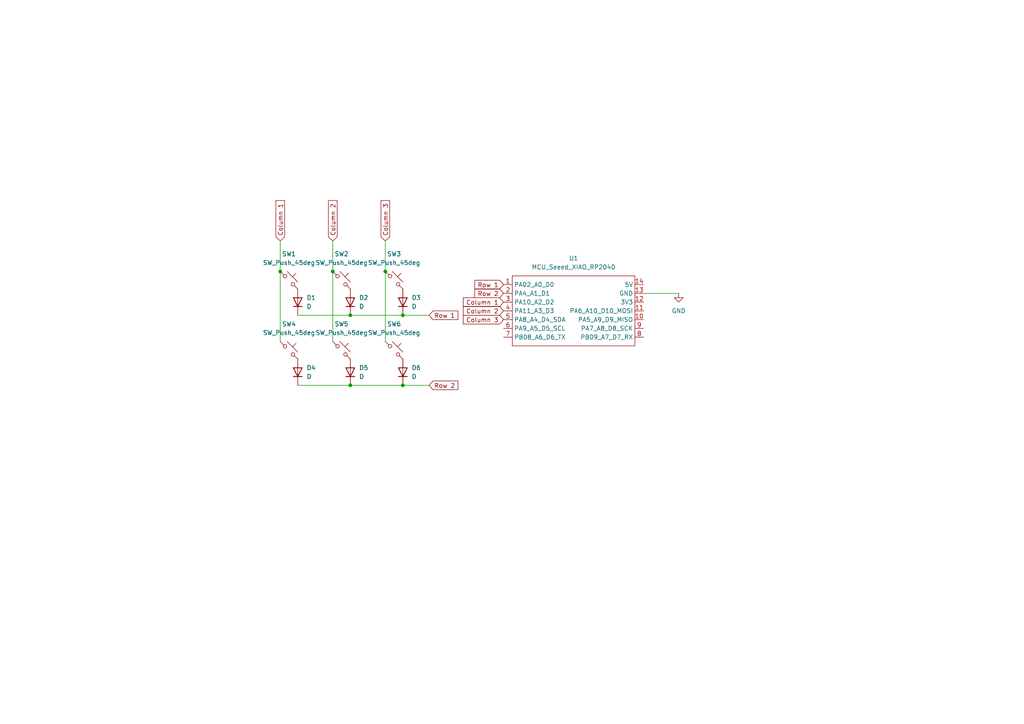
<source format=kicad_sch>
(kicad_sch (version 20231120) (generator "eeschema") (generator_version "8.0")
  (paper "A4")
  (lib_symbols
    (symbol "Device:D" (pin_numbers hide) (pin_names (offset 1.016) hide)
      (property "Reference" "D" (at 0 2.54 0))
      (property "Value" "D" (at 0 -2.54 0))
      (symbol "D_0_1"
        (polyline (pts (xy -1.27 1.27) (xy -1.27 -1.27)) (stroke (width 0.254)))
        (polyline (pts (xy 1.27 0) (xy -1.27 0)))
        (polyline (pts (xy 1.27 1.27) (xy 1.27 -1.27) (xy -1.27 0) (xy 1.27 1.27)) (stroke (width 0.254)))
      )
      (symbol "D_1_1"
        (pin passive line (at -3.81 0 0) (length 2.54) (name "K") (number "1"))
        (pin passive line (at 3.81 0 180) (length 2.54) (name "A") (number "2"))
      )
    )
    (symbol "ScottoKeebs:MCU_Seeed_XIAO_RP2040"
      (property "Reference" "U" (at -16.51 11.43 0))
      (property "Value" "MCU_Seeed_XIAO_RP2040" (at -3.81 -11.43 0))
      (symbol "MCU_Seeed_XIAO_RP2040_0_1"
        (rectangle (start -16.51 10.16) (end 19.05 -10.16))
      )
      (symbol "MCU_Seeed_XIAO_RP2040_1_1"
        (pin passive line (at -19.05 7.62 0) (length 2.54) (name "PA02_A0_D0") (number "1"))
        (pin passive line (at 21.59 -2.54 180) (length 2.54) (name "PA5_A9_D9_MISO") (number "10"))
        (pin passive line (at 21.59 0 180) (length 2.54) (name "PA6_A10_D10_MOSI") (number "11"))
        (pin passive line (at 21.59 2.54 180) (length 2.54) (name "3V3") (number "12"))
        (pin passive line (at 21.59 5.08 180) (length 2.54) (name "GND") (number "13"))
        (pin passive line (at 21.59 7.62 180) (length 2.54) (name "5V") (number "14"))
        (pin passive line (at -19.05 5.08 0) (length 2.54) (name "PA4_A1_D1") (number "2"))
        (pin passive line (at -19.05 2.54 0) (length 2.54) (name "PA10_A2_D2") (number "3"))
        (pin passive line (at -19.05 0 0) (length 2.54) (name "PA11_A3_D3") (number "4"))
        (pin passive line (at -19.05 -2.54 0) (length 2.54) (name "PA8_A4_D4_SDA") (number "5"))
        (pin passive line (at -19.05 -5.08 0) (length 2.54) (name "PA9_A5_D5_SCL") (number "6"))
        (pin passive line (at -19.05 -7.62 0) (length 2.54) (name "PB08_A6_D6_TX") (number "7"))
        (pin passive line (at 21.59 -7.62 180) (length 2.54) (name "PB09_A7_D7_RX") (number "8"))
        (pin passive line (at 21.59 -5.08 180) (length 2.54) (name "PA7_A8_D8_SCK") (number "9"))
      )
    )
    (symbol "Switch:SW_Push_45deg" (pin_numbers hide) (pin_names (offset 1.016) hide)
      (property "Reference" "SW" (at 3.048 1.016 0))
      (property "Value" "SW_Push_45deg" (at 0 -3.81 0))
      (symbol "SW_Push_45deg_0_1"
        (circle (center -1.1684 1.1684) (radius 0.508))
        (polyline (pts (xy -0.508 2.54) (xy 2.54 -0.508)))
        (polyline (pts (xy 1.016 1.016) (xy 2.032 2.032)))
        (polyline (pts (xy -2.54 2.54) (xy -1.524 1.524) (xy -1.524 1.524)))
        (polyline (pts (xy 1.524 -1.524) (xy 2.54 -2.54) (xy 2.54 -2.54) (xy 2.54 -2.54)))
        (circle (center 1.143 -1.1938) (radius 0.508))
        (pin passive line (at -2.54 2.54 0) (length 0) (name "1") (number "1"))
        (pin passive line (at 2.54 -2.54 180) (length 0) (name "2") (number "2"))
      )
    )
    (symbol "power:GND" (power) (pin_numbers hide) (pin_names (offset 0) hide)
      (property "Value" "GND" (at 0 -3.81 0))
      (symbol "GND_0_1"
        (polyline (pts (xy 0 0) (xy 0 -1.27) (xy 1.27 -1.27) (xy 0 -2.54) (xy -1.27 -1.27) (xy 0 -1.27)))
      )
      (symbol "GND_1_1"
        (pin power_in line (at 0 0 270) (length 0) (name "~") (number "1"))
      )
    )
  )
  (junction (at 111.76 78.74))
  (junction (at 116.84 111.76))
  (junction (at 101.6 111.76))
  (junction (at 116.84 91.44))
  (junction (at 81.28 78.74))
  (junction (at 101.6 91.44))
  (junction (at 96.52 78.74))
  (wire (pts (xy 116.84 111.76) (xy 124.46 111.76)))
  (wire (pts (xy 111.76 78.74) (xy 111.76 99.06)))
  (wire (pts (xy 96.52 78.74) (xy 96.52 99.06)))
  (wire (pts (xy 86.36 111.76) (xy 101.6 111.76)))
  (wire (pts (xy 86.36 91.44) (xy 101.6 91.44)))
  (wire (pts (xy 116.84 91.44) (xy 124.46 91.44)))
  (wire (pts (xy 81.28 78.74) (xy 81.28 99.06)))
  (wire (pts (xy 186.69 85.09) (xy 196.85 85.09)))
  (wire (pts (xy 96.52 69.85) (xy 96.52 78.74)))
  (wire (pts (xy 101.6 111.76) (xy 116.84 111.76)))
  (wire (pts (xy 81.28 69.85) (xy 81.28 78.74)))
  (wire (pts (xy 101.6 91.44) (xy 116.84 91.44)))
  (wire (pts (xy 111.76 69.85) (xy 111.76 78.74)))
  (global_label "Row 2" (shape input) (at 146.05 85.09 180) (property "Intersheetrefs" "${INTERSHEET_REFS}" (effects (hide yes))))
  (global_label "Column 3" (shape input) (at 146.05 92.71 180) (property "Intersheetrefs" "${INTERSHEET_REFS}" (effects (hide yes))))
  (global_label "Row 2" (shape input) (at 124.46 111.76 0) (property "Intersheetrefs" "${INTERSHEET_REFS}" (effects (hide yes))))
  (global_label "Column 1" (shape input) (at 81.28 69.85 90) (property "Intersheetrefs" "${INTERSHEET_REFS}" (effects (hide yes))))
  (global_label "Column 3" (shape input) (at 111.76 69.85 90) (property "Intersheetrefs" "${INTERSHEET_REFS}" (effects (hide yes))))
  (global_label "Column 2" (shape input) (at 96.52 69.85 90) (property "Intersheetrefs" "${INTERSHEET_REFS}" (effects (hide yes))))
  (global_label "Row 1" (shape input) (at 146.05 82.55 180) (property "Intersheetrefs" "${INTERSHEET_REFS}" (effects (hide yes))))
  (global_label "Row 1" (shape input) (at 124.46 91.44 0) (property "Intersheetrefs" "${INTERSHEET_REFS}" (effects (hide yes))))
  (global_label "Column 2" (shape input) (at 146.05 90.17 180) (property "Intersheetrefs" "${INTERSHEET_REFS}" (effects (hide yes))))
  (global_label "Column 1" (shape input) (at 146.05 87.63 180) (property "Intersheetrefs" "${INTERSHEET_REFS}" (effects (hide yes))))
  (symbol (lib_id "Device:D") (at 86.36 87.63 90) (unit 1)
    (property "Reference" "D1" (at 88.9 86.3599 90) (effects (justify right)))
    (property "Value" "D" (at 88.9 88.8999 90) (effects (justify right)))
    (property "Footprint" "ScottoKeebs_Components:Diode_DO-35" (effects (hide yes)))
    (property "Description" "Diode" (effects (hide yes)))
    (property "Sim.Device" "D" (effects (hide yes)))
    (property "Sim.Pins" "1=K 2=A" (effects (hide yes)))
  )
  (symbol (lib_id "Switch:SW_Push_45deg") (at 114.3 101.6 0) (unit 1)
    (property "Reference" "SW6" (at 114.3 93.98 0))
    (property "Value" "SW_Push_45deg" (at 114.3 96.52 0))
    (property "Footprint" "ScottoKeebs_MX:MX_PCB_1.00u" (effects (hide yes)))
    (property "Description" "Push button switch, normally open, two pins, 45° tilted" (effects (hide yes)))
  )
  (symbol (lib_id "Device:D") (at 86.36 107.95 90) (unit 1)
    (property "Reference" "D4" (at 88.9 106.6799 90) (effects (justify right)))
    (property "Value" "D" (at 88.9 109.2199 90) (effects (justify right)))
    (property "Footprint" "ScottoKeebs_Components:Diode_DO-35" (effects (hide yes)))
    (property "Description" "Diode" (effects (hide yes)))
    (property "Sim.Device" "D" (effects (hide yes)))
    (property "Sim.Pins" "1=K 2=A" (effects (hide yes)))
  )
  (symbol (lib_id "ScottoKeebs:MCU_Seeed_XIAO_RP2040") (at 165.1 90.17 0) (unit 1)
    (property "Reference" "U1" (at 166.37 74.93 0))
    (property "Value" "MCU_Seeed_XIAO_RP2040" (at 166.37 77.47 0))
    (property "Footprint" "ScottoKeebs_MCU:Seeed_XIAO_RP2040" (effects (hide yes)))
  )
  (symbol (lib_id "Switch:SW_Push_45deg") (at 99.06 101.6 0) (unit 1)
    (property "Reference" "SW5" (at 99.06 93.98 0))
    (property "Value" "SW_Push_45deg" (at 99.06 96.52 0))
    (property "Footprint" "ScottoKeebs_MX:MX_PCB_1.00u" (effects (hide yes)))
    (property "Description" "Push button switch, normally open, two pins, 45° tilted" (effects (hide yes)))
  )
  (symbol (lib_id "Device:D") (at 116.84 107.95 90) (unit 1)
    (property "Reference" "D6" (at 119.38 106.6799 90) (effects (justify right)))
    (property "Value" "D" (at 119.38 109.2199 90) (effects (justify right)))
    (property "Footprint" "ScottoKeebs_Components:Diode_DO-35" (effects (hide yes)))
    (property "Description" "Diode" (effects (hide yes)))
    (property "Sim.Device" "D" (effects (hide yes)))
    (property "Sim.Pins" "1=K 2=A" (effects (hide yes)))
  )
  (symbol (lib_id "Switch:SW_Push_45deg") (at 83.82 101.6 0) (unit 1)
    (property "Reference" "SW4" (at 83.82 93.98 0))
    (property "Value" "SW_Push_45deg" (at 83.82 96.52 0))
    (property "Footprint" "ScottoKeebs_MX:MX_PCB_1.00u" (effects (hide yes)))
    (property "Description" "Push button switch, normally open, two pins, 45° tilted" (effects (hide yes)))
  )
  (symbol (lib_id "Device:D") (at 116.84 87.63 90) (unit 1)
    (property "Reference" "D3" (at 119.38 86.3599 90) (effects (justify right)))
    (property "Value" "D" (at 119.38 88.8999 90) (effects (justify right)))
    (property "Footprint" "ScottoKeebs_Components:Diode_DO-35" (effects (hide yes)))
    (property "Description" "Diode" (effects (hide yes)))
    (property "Sim.Device" "D" (effects (hide yes)))
    (property "Sim.Pins" "1=K 2=A" (effects (hide yes)))
  )
  (symbol (lib_id "power:GND") (at 196.85 85.09 0) (unit 1)
    (property "Reference" "#PWR02" (effects (hide yes)))
    (property "Value" "GND" (at 196.85 90.17 0))
    (property "Description" "Power symbol creates a global label with name \"GND\" , ground" (effects (hide yes)))
  )
  (symbol (lib_id "Device:D") (at 101.6 87.63 90) (unit 1)
    (property "Reference" "D2" (at 104.14 86.3599 90) (effects (justify right)))
    (property "Value" "D" (at 104.14 88.8999 90) (effects (justify right)))
    (property "Footprint" "ScottoKeebs_Components:Diode_DO-35" (effects (hide yes)))
    (property "Description" "Diode" (effects (hide yes)))
    (property "Sim.Device" "D" (effects (hide yes)))
    (property "Sim.Pins" "1=K 2=A" (effects (hide yes)))
  )
  (symbol (lib_id "Switch:SW_Push_45deg") (at 83.82 81.28 0) (unit 1)
    (property "Reference" "SW1" (at 83.82 73.66 0))
    (property "Value" "SW_Push_45deg" (at 83.82 76.2 0))
    (property "Footprint" "ScottoKeebs_MX:MX_PCB_1.00u" (effects (hide yes)))
    (property "Description" "Push button switch, normally open, two pins, 45° tilted" (effects (hide yes)))
  )
  (symbol (lib_id "Switch:SW_Push_45deg") (at 114.3 81.28 0) (unit 1)
    (property "Reference" "SW3" (at 114.3 73.66 0))
    (property "Value" "SW_Push_45deg" (at 114.3 76.2 0))
    (property "Footprint" "ScottoKeebs_MX:MX_PCB_1.00u" (effects (hide yes)))
    (property "Description" "Push button switch, normally open, two pins, 45° tilted" (effects (hide yes)))
  )
  (symbol (lib_id "Device:D") (at 101.6 107.95 90) (unit 1)
    (property "Reference" "D5" (at 104.14 106.6799 90) (effects (justify right)))
    (property "Value" "D" (at 104.14 109.2199 90) (effects (justify right)))
    (property "Footprint" "ScottoKeebs_Components:Diode_DO-35" (effects (hide yes)))
    (property "Description" "Diode" (effects (hide yes)))
    (property "Sim.Device" "D" (effects (hide yes)))
    (property "Sim.Pins" "1=K 2=A" (effects (hide yes)))
  )
  (symbol (lib_id "Switch:SW_Push_45deg") (at 99.06 81.28 0) (unit 1)
    (property "Reference" "SW2" (at 99.06 73.66 0))
    (property "Value" "SW_Push_45deg" (at 99.06 76.2 0))
    (property "Footprint" "ScottoKeebs_MX:MX_PCB_1.00u" (effects (hide yes)))
    (property "Description" "Push button switch, normally open, two pins, 45° tilted" (effects (hide yes)))
  )
)
</source>
